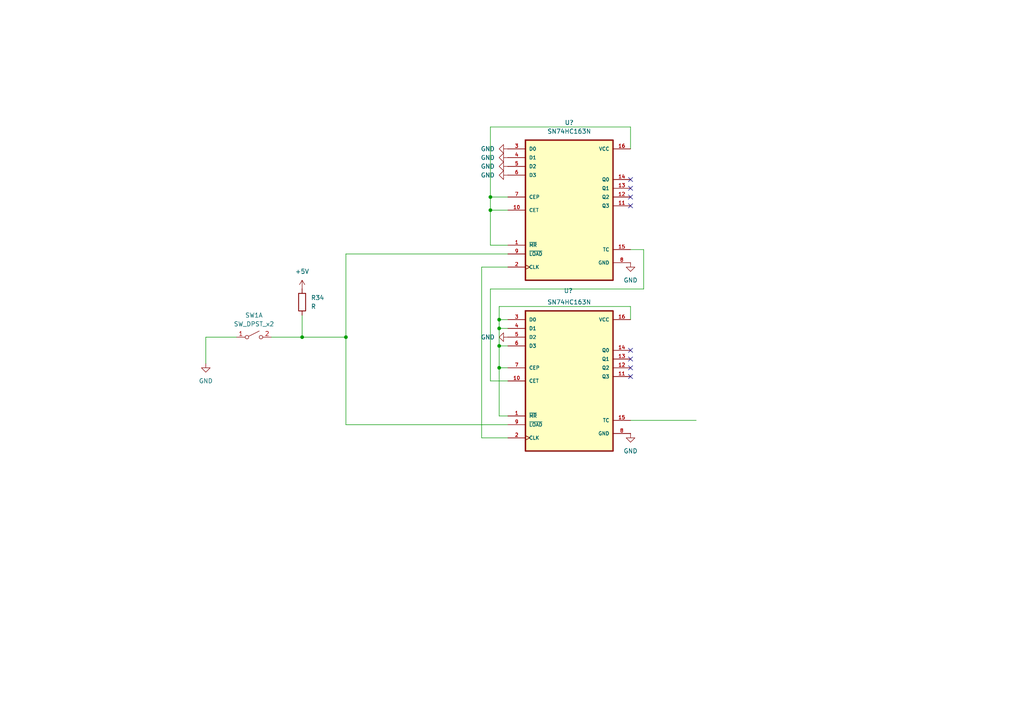
<source format=kicad_sch>
(kicad_sch (version 20231120) (generator "eeschema") (generator_version "8.0")
  (paper "A4")
  (lib_symbols
    (symbol "Device:R" (pin_numbers hide) (pin_names (offset 0))
      (property "Reference" "R" (at 2.032 0 90))
      (property "Value" "R" (at 0 0 90))
      (symbol "R_0_1"
        (rectangle (start -1.016 -2.54) (end 1.016 2.54) (stroke (width 0.254)))
      )
      (symbol "R_1_1"
        (pin passive line (at 0 3.81 270) (length 1.27) (name "~") (number "1"))
        (pin passive line (at 0 -3.81 90) (length 1.27) (name "~") (number "2"))
      )
    )
    (symbol "SN74HC163N:SN74HC163N" (pin_names (offset 1.016))
      (property "Reference" "U" (at -12.7 21.32 0))
      (property "Value" "SN74HC163N" (at -12.7 -24.32 0))
      (symbol "SN74HC163N_0_0"
        (rectangle (start -12.7 -20.32) (end 12.7 20.32) (stroke (width 0.41)) (fill (type background)))
        (pin power_in line (at 17.78 17.78 180) (length 5.08) (name "VCC") (number "16"))
        (pin input clock (at -17.78 -16.51 0) (length 5.08) (name "CLK") (number "2"))
        (pin power_in line (at 17.78 -15.24 180) (length 5.08) (name "GND") (number "8"))
        (pin input line (at -17.78 -12.7 0) (length 5.08) (name "~{LOAD}") (number "9"))
      )
      (symbol "SN74HC163N_1_0"
        (pin input line (at -17.78 -10.16 0) (length 5.08) (name "~{MR}") (number "1"))
        (pin input line (at -17.78 0 0) (length 5.08) (name "CET") (number "10"))
        (pin output line (at 17.78 1.27 180) (length 5.08) (name "Q3") (number "11"))
        (pin output line (at 17.78 3.81 180) (length 5.08) (name "Q2") (number "12"))
        (pin output line (at 17.78 6.35 180) (length 5.08) (name "Q1") (number "13"))
        (pin output line (at 17.78 8.89 180) (length 5.08) (name "Q0") (number "14"))
        (pin output line (at 17.78 -11.43 180) (length 5.08) (name "TC") (number "15"))
        (pin input line (at -17.78 17.78 0) (length 5.08) (name "D0") (number "3"))
        (pin input line (at -17.78 15.24 0) (length 5.08) (name "D1") (number "4"))
        (pin input line (at -17.78 12.7 0) (length 5.08) (name "D2") (number "5"))
        (pin input line (at -17.78 10.16 0) (length 5.08) (name "D3") (number "6"))
        (pin input line (at -17.78 3.81 0) (length 5.08) (name "CEP") (number "7"))
      )
    )
    (symbol "SN74HC163N_1" (pin_names (offset 1.016))
      (property "Reference" "U" (at -12.7 21.32 0))
      (property "Value" "SN74HC163N" (at -12.7 -24.32 0))
      (symbol "SN74HC163N_1_0_0"
        (rectangle (start -12.7 -20.32) (end 12.7 20.32) (stroke (width 0.41)) (fill (type background)))
        (pin power_in line (at 17.78 17.78 180) (length 5.08) (name "VCC") (number "16"))
        (pin input clock (at -17.78 -16.51 0) (length 5.08) (name "CLK") (number "2"))
        (pin power_in line (at 17.78 -15.24 180) (length 5.08) (name "GND") (number "8"))
        (pin input line (at -17.78 -12.7 0) (length 5.08) (name "~{LOAD}") (number "9"))
      )
      (symbol "SN74HC163N_1_1_0"
        (pin input line (at -17.78 -10.16 0) (length 5.08) (name "~{MR}") (number "1"))
        (pin input line (at -17.78 0 0) (length 5.08) (name "CET") (number "10"))
        (pin output line (at 17.78 1.27 180) (length 5.08) (name "Q3") (number "11"))
        (pin output line (at 17.78 3.81 180) (length 5.08) (name "Q2") (number "12"))
        (pin output line (at 17.78 6.35 180) (length 5.08) (name "Q1") (number "13"))
        (pin output line (at 17.78 8.89 180) (length 5.08) (name "Q0") (number "14"))
        (pin output line (at 17.78 -11.43 180) (length 5.08) (name "TC") (number "15"))
        (pin input line (at -17.78 17.78 0) (length 5.08) (name "D0") (number "3"))
        (pin input line (at -17.78 15.24 0) (length 5.08) (name "D1") (number "4"))
        (pin input line (at -17.78 12.7 0) (length 5.08) (name "D2") (number "5"))
        (pin input line (at -17.78 10.16 0) (length 5.08) (name "D3") (number "6"))
        (pin input line (at -17.78 3.81 0) (length 5.08) (name "CEP") (number "7"))
      )
    )
    (symbol "Switch:SW_DPST_x2" (pin_names (offset 0) hide)
      (property "Reference" "SW" (at 0 3.175 0))
      (property "Value" "SW_DPST_x2" (at 0 -2.54 0))
      (symbol "SW_DPST_x2_0_0"
        (circle (center -2.032 0) (radius 0.508))
        (polyline (pts (xy -1.524 0.254) (xy 1.524 1.778)))
        (circle (center 2.032 0) (radius 0.508))
      )
      (symbol "SW_DPST_x2_1_1"
        (pin passive line (at -5.08 0 0) (length 2.54) (name "A") (number "1"))
        (pin passive line (at 5.08 0 180) (length 2.54) (name "B") (number "2"))
      )
      (symbol "SW_DPST_x2_2_1"
        (pin passive line (at -5.08 0 0) (length 2.54) (name "A") (number "3"))
        (pin passive line (at 5.08 0 180) (length 2.54) (name "B") (number "4"))
      )
    )
    (symbol "power:+5V" (power) (pin_numbers hide) (pin_names (offset 0) hide)
      (property "Value" "+5V" (at 0 3.556 0))
      (symbol "+5V_0_1"
        (polyline (pts (xy -0.762 1.27) (xy 0 2.54)))
        (polyline (pts (xy 0 0) (xy 0 2.54)))
        (polyline (pts (xy 0 2.54) (xy 0.762 1.27)))
      )
      (symbol "+5V_1_1"
        (pin power_in line (at 0 0 90) (length 0) (name "~") (number "1"))
      )
    )
    (symbol "power:GND" (power) (pin_numbers hide) (pin_names (offset 0) hide)
      (property "Value" "GND" (at 0 -3.81 0))
      (symbol "GND_0_1"
        (polyline (pts (xy 0 0) (xy 0 -1.27) (xy 1.27 -1.27) (xy 0 -2.54) (xy -1.27 -1.27) (xy 0 -1.27)))
      )
      (symbol "GND_1_1"
        (pin power_in line (at 0 0 270) (length 0) (name "~") (number "1"))
      )
    )
  )
  (junction (at 144.78 92.71))
  (junction (at 142.24 57.15))
  (junction (at 142.24 60.96))
  (junction (at 144.78 100.33))
  (junction (at 100.33 97.79))
  (junction (at 144.78 106.68))
  (junction (at 144.78 95.25))
  (junction (at 87.63 97.79))
  (no_connect (at 182.88 106.68))
  (no_connect (at 182.88 59.69))
  (no_connect (at 182.88 101.6))
  (no_connect (at 182.88 54.61))
  (no_connect (at 182.88 57.15))
  (no_connect (at 182.88 104.14))
  (no_connect (at 182.88 109.22))
  (no_connect (at 182.88 52.07))
  (wire (pts (xy 144.78 88.9) (xy 182.88 88.9)))
  (wire (pts (xy 142.24 60.96) (xy 142.24 57.15)))
  (wire (pts (xy 144.78 95.25) (xy 147.32 95.25)))
  (wire (pts (xy 142.24 83.82) (xy 186.69 83.82)))
  (wire (pts (xy 147.32 120.65) (xy 144.78 120.65)))
  (wire (pts (xy 100.33 123.19) (xy 100.33 97.79)))
  (wire (pts (xy 142.24 71.12) (xy 142.24 60.96)))
  (wire (pts (xy 142.24 110.49) (xy 147.32 110.49)))
  (wire (pts (xy 147.32 57.15) (xy 142.24 57.15)))
  (wire (pts (xy 144.78 100.33) (xy 144.78 106.68)))
  (wire (pts (xy 139.7 77.47) (xy 147.32 77.47)))
  (wire (pts (xy 147.32 60.96) (xy 142.24 60.96)))
  (wire (pts (xy 144.78 95.25) (xy 144.78 100.33)))
  (wire (pts (xy 100.33 73.66) (xy 100.33 97.79)))
  (wire (pts (xy 78.74 97.79) (xy 87.63 97.79)))
  (wire (pts (xy 144.78 92.71) (xy 147.32 92.71)))
  (wire (pts (xy 68.58 97.79) (xy 59.69 97.79)))
  (wire (pts (xy 186.69 83.82) (xy 186.69 72.39)))
  (wire (pts (xy 139.7 127) (xy 147.32 127)))
  (wire (pts (xy 100.33 73.66) (xy 147.32 73.66)))
  (wire (pts (xy 182.88 88.9) (xy 182.88 92.71)))
  (wire (pts (xy 139.7 77.47) (xy 139.7 127)))
  (wire (pts (xy 142.24 36.83) (xy 182.88 36.83)))
  (wire (pts (xy 142.24 110.49) (xy 142.24 83.82)))
  (wire (pts (xy 59.69 97.79) (xy 59.69 105.41)))
  (wire (pts (xy 144.78 88.9) (xy 144.78 92.71)))
  (wire (pts (xy 142.24 57.15) (xy 142.24 36.83)))
  (wire (pts (xy 100.33 123.19) (xy 147.32 123.19)))
  (wire (pts (xy 182.88 72.39) (xy 186.69 72.39)))
  (wire (pts (xy 100.33 97.79) (xy 87.63 97.79)))
  (wire (pts (xy 87.63 97.79) (xy 87.63 91.44)))
  (wire (pts (xy 144.78 100.33) (xy 147.32 100.33)))
  (wire (pts (xy 144.78 106.68) (xy 144.78 120.65)))
  (wire (pts (xy 142.24 71.12) (xy 147.32 71.12)))
  (wire (pts (xy 144.78 92.71) (xy 144.78 95.25)))
  (wire (pts (xy 182.88 121.92) (xy 201.93 121.92)))
  (wire (pts (xy 182.88 36.83) (xy 182.88 43.18)))
  (wire (pts (xy 144.78 106.68) (xy 147.32 106.68)))
  (symbol (lib_id "power:GND") (at 147.32 97.79 270) (unit 1)
    (property "Reference" "#PWR082" (effects (hide yes)))
    (property "Value" "GND" (at 143.51 97.7899 90) (effects (justify right)))
    (property "Description" "Power symbol creates a global label with name \"GND\" , ground" (effects (hide yes)))
  )
  (symbol (lib_name "SN74HC163N_1") (lib_id "SN74HC163N:SN74HC163N") (at 165.1 60.96 0) (unit 1)
    (property "Reference" "U?" (at 165.1 35.56 0))
    (property "Value" "SN74HC163N" (at 165.1 38.1 0))
    (property "Footprint" "SN74HC163N:DIP794W45P254L1969H508Q16" (effects (hide yes)))
    (property "MF" "Texas Instruments" (effects (hide yes)))
    (property "Description_1" "\n                        \n                            4-Bit Synchronous Binary Counters\n                        \n" (effects (hide yes)))
    (property "Package" "PDIP-16 Texas Instruments" (effects (hide yes)))
    (property "Price" "None" (effects (hide yes)))
    (property "SnapEDA_Link" "https://www.snapeda.com/parts/SN74HC163N/Texas+Instruments/view-part/?ref=snap" (effects (hide yes)))
    (property "MP" "SN74HC163N" (effects (hide yes)))
    (property "Availability" "In Stock" (effects (hide yes)))
    (property "Check_prices" "https://www.snapeda.com/parts/SN74HC163N/Texas+Instruments/view-part/?ref=eda" (effects (hide yes)))
  )
  (symbol (lib_id "power:GND") (at 147.32 43.18 270) (unit 1)
    (property "Reference" "#PWR075" (effects (hide yes)))
    (property "Value" "GND" (at 143.51 43.1799 90) (effects (justify right)))
    (property "Description" "Power symbol creates a global label with name \"GND\" , ground" (effects (hide yes)))
  )
  (symbol (lib_id "power:+5V") (at 87.63 83.82 0) (unit 1)
    (property "Reference" "#PWR083" (effects (hide yes)))
    (property "Value" "+5V" (at 87.63 78.74 0))
    (property "Description" "Power symbol creates a global label with name \"+5V\"" (effects (hide yes)))
  )
  (symbol (lib_id "power:GND") (at 182.88 125.73 0) (unit 1)
    (property "Reference" "#PWR078" (effects (hide yes)))
    (property "Value" "GND" (at 182.88 130.81 0))
    (property "Description" "Power symbol creates a global label with name \"GND\" , ground" (effects (hide yes)))
  )
  (symbol (lib_id "Switch:SW_DPST_x2") (at 73.66 97.79 0) (unit 1)
    (property "Reference" "SW1" (at 73.66 91.44 0))
    (property "Value" "SW_DPST_x2" (at 73.66 93.98 0))
    (property "Description" "Single Pole Single Throw (SPST) switch, separate symbol" (effects (hide yes)))
  )
  (symbol (lib_id "power:GND") (at 59.69 105.41 0) (unit 1)
    (property "Reference" "#PWR084" (effects (hide yes)))
    (property "Value" "GND" (at 59.69 110.49 0))
    (property "Description" "Power symbol creates a global label with name \"GND\" , ground" (effects (hide yes)))
  )
  (symbol (lib_id "SN74HC163N:SN74HC163N") (at 165.1 110.49 0) (unit 1)
    (property "Reference" "U?" (at 164.846 84.328 0))
    (property "Value" "SN74HC163N" (at 165.1 87.63 0))
    (property "Footprint" "SN74HC163N:DIP794W45P254L1969H508Q16" (effects (hide yes)))
    (property "MF" "Texas Instruments" (effects (hide yes)))
    (property "Description_1" "\n                        \n                            4-Bit Synchronous Binary Counters\n                        \n" (effects (hide yes)))
    (property "Package" "PDIP-16 Texas Instruments" (effects (hide yes)))
    (property "Price" "None" (effects (hide yes)))
    (property "SnapEDA_Link" "https://www.snapeda.com/parts/SN74HC163N/Texas+Instruments/view-part/?ref=snap" (effects (hide yes)))
    (property "MP" "SN74HC163N" (effects (hide yes)))
    (property "Availability" "In Stock" (effects (hide yes)))
    (property "Check_prices" "https://www.snapeda.com/parts/SN74HC163N/Texas+Instruments/view-part/?ref=eda" (effects (hide yes)))
  )
  (symbol (lib_id "power:GND") (at 147.32 45.72 270) (unit 1)
    (property "Reference" "#PWR076" (effects (hide yes)))
    (property "Value" "GND" (at 143.51 45.7199 90) (effects (justify right)))
    (property "Description" "Power symbol creates a global label with name \"GND\" , ground" (effects (hide yes)))
  )
  (symbol (lib_id "power:GND") (at 147.32 50.8 270) (unit 1)
    (property "Reference" "#PWR080" (effects (hide yes)))
    (property "Value" "GND" (at 143.51 50.7999 90) (effects (justify right)))
    (property "Description" "Power symbol creates a global label with name \"GND\" , ground" (effects (hide yes)))
  )
  (symbol (lib_id "power:GND") (at 182.88 76.2 0) (unit 1)
    (property "Reference" "#PWR077" (effects (hide yes)))
    (property "Value" "GND" (at 182.88 81.28 0))
    (property "Description" "Power symbol creates a global label with name \"GND\" , ground" (effects (hide yes)))
  )
  (symbol (lib_id "Device:R") (at 87.63 87.63 0) (unit 1)
    (property "Reference" "R34" (at 90.17 86.3599 0) (effects (justify left)))
    (property "Value" "R" (at 90.17 88.8999 0) (effects (justify left)))
    (property "Description" "Resistor" (effects (hide yes)))
  )
  (symbol (lib_id "power:GND") (at 147.32 48.26 270) (unit 1)
    (property "Reference" "#PWR079" (effects (hide yes)))
    (property "Value" "GND" (at 143.51 48.2599 90) (effects (justify right)))
    (property "Description" "Power symbol creates a global label with name \"GND\" , ground" (effects (hide yes)))
  )
)
</source>
